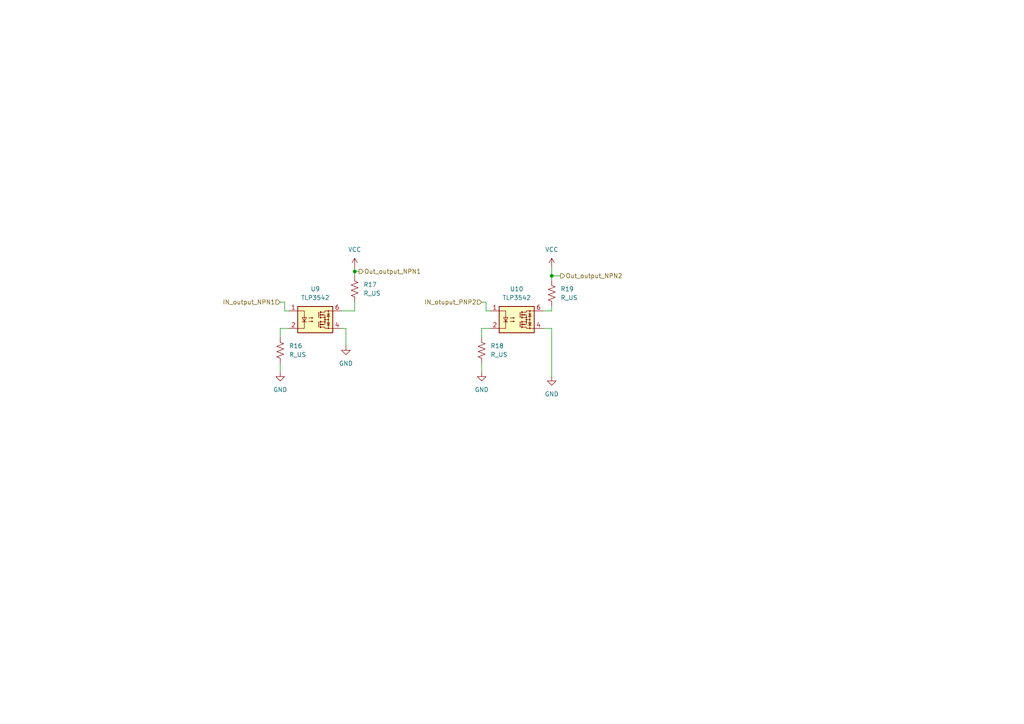
<source format=kicad_sch>
(kicad_sch
	(version 20250114)
	(generator "eeschema")
	(generator_version "9.0")
	(uuid "1f8f7a88-f920-4530-86bb-9885b2e842ee")
	(paper "A4")
	(lib_symbols
		(symbol "Device:R_US"
			(pin_numbers
				(hide yes)
			)
			(pin_names
				(offset 0)
			)
			(exclude_from_sim no)
			(in_bom yes)
			(on_board yes)
			(property "Reference" "R"
				(at 2.54 0 90)
				(effects
					(font
						(size 1.27 1.27)
					)
				)
			)
			(property "Value" "R_US"
				(at -2.54 0 90)
				(effects
					(font
						(size 1.27 1.27)
					)
				)
			)
			(property "Footprint" ""
				(at 1.016 -0.254 90)
				(effects
					(font
						(size 1.27 1.27)
					)
					(hide yes)
				)
			)
			(property "Datasheet" "~"
				(at 0 0 0)
				(effects
					(font
						(size 1.27 1.27)
					)
					(hide yes)
				)
			)
			(property "Description" "Resistor, US symbol"
				(at 0 0 0)
				(effects
					(font
						(size 1.27 1.27)
					)
					(hide yes)
				)
			)
			(property "ki_keywords" "R res resistor"
				(at 0 0 0)
				(effects
					(font
						(size 1.27 1.27)
					)
					(hide yes)
				)
			)
			(property "ki_fp_filters" "R_*"
				(at 0 0 0)
				(effects
					(font
						(size 1.27 1.27)
					)
					(hide yes)
				)
			)
			(symbol "R_US_0_1"
				(polyline
					(pts
						(xy 0 2.286) (xy 0 2.54)
					)
					(stroke
						(width 0)
						(type default)
					)
					(fill
						(type none)
					)
				)
				(polyline
					(pts
						(xy 0 2.286) (xy 1.016 1.905) (xy 0 1.524) (xy -1.016 1.143) (xy 0 0.762)
					)
					(stroke
						(width 0)
						(type default)
					)
					(fill
						(type none)
					)
				)
				(polyline
					(pts
						(xy 0 0.762) (xy 1.016 0.381) (xy 0 0) (xy -1.016 -0.381) (xy 0 -0.762)
					)
					(stroke
						(width 0)
						(type default)
					)
					(fill
						(type none)
					)
				)
				(polyline
					(pts
						(xy 0 -0.762) (xy 1.016 -1.143) (xy 0 -1.524) (xy -1.016 -1.905) (xy 0 -2.286)
					)
					(stroke
						(width 0)
						(type default)
					)
					(fill
						(type none)
					)
				)
				(polyline
					(pts
						(xy 0 -2.286) (xy 0 -2.54)
					)
					(stroke
						(width 0)
						(type default)
					)
					(fill
						(type none)
					)
				)
			)
			(symbol "R_US_1_1"
				(pin passive line
					(at 0 3.81 270)
					(length 1.27)
					(name "~"
						(effects
							(font
								(size 1.27 1.27)
							)
						)
					)
					(number "1"
						(effects
							(font
								(size 1.27 1.27)
							)
						)
					)
				)
				(pin passive line
					(at 0 -3.81 90)
					(length 1.27)
					(name "~"
						(effects
							(font
								(size 1.27 1.27)
							)
						)
					)
					(number "2"
						(effects
							(font
								(size 1.27 1.27)
							)
						)
					)
				)
			)
			(embedded_fonts no)
		)
		(symbol "Relay_SolidState:TLP3542"
			(exclude_from_sim no)
			(in_bom yes)
			(on_board yes)
			(property "Reference" "U"
				(at -3.81 5.08 0)
				(effects
					(font
						(size 1.27 1.27)
					)
				)
			)
			(property "Value" "TLP3542"
				(at -1.27 -5.08 0)
				(effects
					(font
						(size 1.27 1.27)
					)
				)
			)
			(property "Footprint" "Package_DIP:DIP-5-6_W7.62mm"
				(at 0 -7.62 0)
				(effects
					(font
						(size 1.27 1.27)
					)
					(hide yes)
				)
			)
			(property "Datasheet" "https://toshiba.semicon-storage.com/info/docget.jsp?did=1284&prodName=TLP3542"
				(at 0 0 0)
				(effects
					(font
						(size 1.27 1.27)
					)
					(hide yes)
				)
			)
			(property "Description" "Photo MOSFET optically coupled, ON 4A, 50mohm, OFF state 20V, Isolation 2500 VRMS, DIP-5-6"
				(at 0 0 0)
				(effects
					(font
						(size 1.27 1.27)
					)
					(hide yes)
				)
			)
			(property "ki_keywords" "photocouplers photorelay solidstate relay normally opened (1-Form-A)"
				(at 0 0 0)
				(effects
					(font
						(size 1.27 1.27)
					)
					(hide yes)
				)
			)
			(property "ki_fp_filters" "DIP*W7.62mm*"
				(at 0 0 0)
				(effects
					(font
						(size 1.27 1.27)
					)
					(hide yes)
				)
			)
			(symbol "TLP3542_0_1"
				(rectangle
					(start -5.08 3.81)
					(end 5.08 -3.81)
					(stroke
						(width 0.254)
						(type default)
					)
					(fill
						(type background)
					)
				)
				(polyline
					(pts
						(xy -5.08 2.54) (xy -3.175 2.54) (xy -3.175 -2.54) (xy -5.08 -2.54)
					)
					(stroke
						(width 0)
						(type default)
					)
					(fill
						(type none)
					)
				)
				(polyline
					(pts
						(xy -3.81 -0.635) (xy -2.54 -0.635)
					)
					(stroke
						(width 0)
						(type default)
					)
					(fill
						(type none)
					)
				)
				(polyline
					(pts
						(xy -3.175 -0.635) (xy -3.81 0.635) (xy -2.54 0.635) (xy -3.175 -0.635)
					)
					(stroke
						(width 0)
						(type default)
					)
					(fill
						(type none)
					)
				)
				(polyline
					(pts
						(xy -1.905 0.508) (xy -0.635 0.508) (xy -1.016 0.381) (xy -1.016 0.635) (xy -0.635 0.508)
					)
					(stroke
						(width 0)
						(type default)
					)
					(fill
						(type none)
					)
				)
				(polyline
					(pts
						(xy -1.905 -0.508) (xy -0.635 -0.508) (xy -1.016 -0.635) (xy -1.016 -0.381) (xy -0.635 -0.508)
					)
					(stroke
						(width 0)
						(type default)
					)
					(fill
						(type none)
					)
				)
				(polyline
					(pts
						(xy 1.016 2.159) (xy 1.016 0.635)
					)
					(stroke
						(width 0.2032)
						(type default)
					)
					(fill
						(type none)
					)
				)
				(polyline
					(pts
						(xy 1.016 -0.635) (xy 1.016 -2.159)
					)
					(stroke
						(width 0.2032)
						(type default)
					)
					(fill
						(type none)
					)
				)
				(polyline
					(pts
						(xy 1.524 2.286) (xy 1.524 2.032) (xy 1.524 2.032)
					)
					(stroke
						(width 0.3556)
						(type default)
					)
					(fill
						(type none)
					)
				)
				(polyline
					(pts
						(xy 1.524 1.524) (xy 1.524 1.27) (xy 1.524 1.27)
					)
					(stroke
						(width 0.3556)
						(type default)
					)
					(fill
						(type none)
					)
				)
				(polyline
					(pts
						(xy 1.524 0.762) (xy 1.524 0.508) (xy 1.524 0.508)
					)
					(stroke
						(width 0.3556)
						(type default)
					)
					(fill
						(type none)
					)
				)
				(polyline
					(pts
						(xy 1.524 -0.508) (xy 1.524 -0.762)
					)
					(stroke
						(width 0.3556)
						(type default)
					)
					(fill
						(type none)
					)
				)
				(polyline
					(pts
						(xy 1.524 -1.27) (xy 1.524 -1.524) (xy 1.524 -1.524)
					)
					(stroke
						(width 0.3556)
						(type default)
					)
					(fill
						(type none)
					)
				)
				(polyline
					(pts
						(xy 1.524 -2.032) (xy 1.524 -2.286) (xy 1.524 -2.286)
					)
					(stroke
						(width 0.3556)
						(type default)
					)
					(fill
						(type none)
					)
				)
				(polyline
					(pts
						(xy 1.651 2.159) (xy 2.794 2.159) (xy 2.794 2.54) (xy 5.08 2.54)
					)
					(stroke
						(width 0)
						(type default)
					)
					(fill
						(type none)
					)
				)
				(polyline
					(pts
						(xy 1.651 1.397) (xy 2.794 1.397) (xy 2.794 0.635)
					)
					(stroke
						(width 0)
						(type default)
					)
					(fill
						(type none)
					)
				)
				(polyline
					(pts
						(xy 1.651 -0.635) (xy 2.794 -0.635) (xy 2.794 0.635) (xy 1.651 0.635)
					)
					(stroke
						(width 0)
						(type default)
					)
					(fill
						(type none)
					)
				)
				(polyline
					(pts
						(xy 1.651 -1.397) (xy 2.794 -1.397) (xy 2.794 -0.635)
					)
					(stroke
						(width 0)
						(type default)
					)
					(fill
						(type none)
					)
				)
				(polyline
					(pts
						(xy 1.651 -2.159) (xy 2.794 -2.159) (xy 2.794 -2.54) (xy 5.08 -2.54)
					)
					(stroke
						(width 0)
						(type default)
					)
					(fill
						(type none)
					)
				)
				(polyline
					(pts
						(xy 1.778 1.397) (xy 2.286 1.524) (xy 2.286 1.27) (xy 1.778 1.397)
					)
					(stroke
						(width 0)
						(type default)
					)
					(fill
						(type none)
					)
				)
				(polyline
					(pts
						(xy 1.778 -1.397) (xy 2.286 -1.27) (xy 2.286 -1.524) (xy 1.778 -1.397)
					)
					(stroke
						(width 0)
						(type default)
					)
					(fill
						(type none)
					)
				)
				(circle
					(center 2.794 0.635)
					(radius 0.127)
					(stroke
						(width 0)
						(type default)
					)
					(fill
						(type none)
					)
				)
				(polyline
					(pts
						(xy 2.794 0) (xy 3.81 0)
					)
					(stroke
						(width 0)
						(type default)
					)
					(fill
						(type none)
					)
				)
				(circle
					(center 2.794 0)
					(radius 0.127)
					(stroke
						(width 0)
						(type default)
					)
					(fill
						(type none)
					)
				)
				(circle
					(center 2.794 -0.635)
					(radius 0.127)
					(stroke
						(width 0)
						(type default)
					)
					(fill
						(type none)
					)
				)
				(polyline
					(pts
						(xy 3.429 1.651) (xy 4.191 1.651)
					)
					(stroke
						(width 0)
						(type default)
					)
					(fill
						(type none)
					)
				)
				(polyline
					(pts
						(xy 3.429 -1.651) (xy 4.191 -1.651)
					)
					(stroke
						(width 0)
						(type default)
					)
					(fill
						(type none)
					)
				)
				(circle
					(center 3.81 2.54)
					(radius 0.127)
					(stroke
						(width 0)
						(type default)
					)
					(fill
						(type none)
					)
				)
				(polyline
					(pts
						(xy 3.81 1.651) (xy 3.429 0.889) (xy 4.191 0.889) (xy 3.81 1.651)
					)
					(stroke
						(width 0)
						(type default)
					)
					(fill
						(type none)
					)
				)
				(circle
					(center 3.81 0)
					(radius 0.127)
					(stroke
						(width 0)
						(type default)
					)
					(fill
						(type none)
					)
				)
				(polyline
					(pts
						(xy 3.81 -1.651) (xy 3.429 -0.889) (xy 4.191 -0.889) (xy 3.81 -1.651)
					)
					(stroke
						(width 0)
						(type default)
					)
					(fill
						(type none)
					)
				)
				(polyline
					(pts
						(xy 3.81 -2.54) (xy 3.81 2.54)
					)
					(stroke
						(width 0)
						(type default)
					)
					(fill
						(type none)
					)
				)
				(circle
					(center 3.81 -2.54)
					(radius 0.127)
					(stroke
						(width 0)
						(type default)
					)
					(fill
						(type none)
					)
				)
			)
			(symbol "TLP3542_1_1"
				(pin passive line
					(at -7.62 2.54 0)
					(length 2.54)
					(name "~"
						(effects
							(font
								(size 1.27 1.27)
							)
						)
					)
					(number "1"
						(effects
							(font
								(size 1.27 1.27)
							)
						)
					)
				)
				(pin passive line
					(at -7.62 -2.54 0)
					(length 2.54)
					(name "~"
						(effects
							(font
								(size 1.27 1.27)
							)
						)
					)
					(number "2"
						(effects
							(font
								(size 1.27 1.27)
							)
						)
					)
				)
				(pin no_connect line
					(at -5.08 0 0)
					(length 2.54)
					(hide yes)
					(name "~"
						(effects
							(font
								(size 1.27 1.27)
							)
						)
					)
					(number "3"
						(effects
							(font
								(size 1.27 1.27)
							)
						)
					)
				)
				(pin passive line
					(at 7.62 2.54 180)
					(length 2.54)
					(name "~"
						(effects
							(font
								(size 1.27 1.27)
							)
						)
					)
					(number "6"
						(effects
							(font
								(size 1.27 1.27)
							)
						)
					)
				)
				(pin passive line
					(at 7.62 -2.54 180)
					(length 2.54)
					(name "~"
						(effects
							(font
								(size 1.27 1.27)
							)
						)
					)
					(number "4"
						(effects
							(font
								(size 1.27 1.27)
							)
						)
					)
				)
			)
			(embedded_fonts no)
		)
		(symbol "power:GND"
			(power)
			(pin_numbers
				(hide yes)
			)
			(pin_names
				(offset 0)
				(hide yes)
			)
			(exclude_from_sim no)
			(in_bom yes)
			(on_board yes)
			(property "Reference" "#PWR"
				(at 0 -6.35 0)
				(effects
					(font
						(size 1.27 1.27)
					)
					(hide yes)
				)
			)
			(property "Value" "GND"
				(at 0 -3.81 0)
				(effects
					(font
						(size 1.27 1.27)
					)
				)
			)
			(property "Footprint" ""
				(at 0 0 0)
				(effects
					(font
						(size 1.27 1.27)
					)
					(hide yes)
				)
			)
			(property "Datasheet" ""
				(at 0 0 0)
				(effects
					(font
						(size 1.27 1.27)
					)
					(hide yes)
				)
			)
			(property "Description" "Power symbol creates a global label with name \"GND\" , ground"
				(at 0 0 0)
				(effects
					(font
						(size 1.27 1.27)
					)
					(hide yes)
				)
			)
			(property "ki_keywords" "global power"
				(at 0 0 0)
				(effects
					(font
						(size 1.27 1.27)
					)
					(hide yes)
				)
			)
			(symbol "GND_0_1"
				(polyline
					(pts
						(xy 0 0) (xy 0 -1.27) (xy 1.27 -1.27) (xy 0 -2.54) (xy -1.27 -1.27) (xy 0 -1.27)
					)
					(stroke
						(width 0)
						(type default)
					)
					(fill
						(type none)
					)
				)
			)
			(symbol "GND_1_1"
				(pin power_in line
					(at 0 0 270)
					(length 0)
					(name "~"
						(effects
							(font
								(size 1.27 1.27)
							)
						)
					)
					(number "1"
						(effects
							(font
								(size 1.27 1.27)
							)
						)
					)
				)
			)
			(embedded_fonts no)
		)
		(symbol "power:VCC"
			(power)
			(pin_numbers
				(hide yes)
			)
			(pin_names
				(offset 0)
				(hide yes)
			)
			(exclude_from_sim no)
			(in_bom yes)
			(on_board yes)
			(property "Reference" "#PWR"
				(at 0 -3.81 0)
				(effects
					(font
						(size 1.27 1.27)
					)
					(hide yes)
				)
			)
			(property "Value" "VCC"
				(at 0 3.556 0)
				(effects
					(font
						(size 1.27 1.27)
					)
				)
			)
			(property "Footprint" ""
				(at 0 0 0)
				(effects
					(font
						(size 1.27 1.27)
					)
					(hide yes)
				)
			)
			(property "Datasheet" ""
				(at 0 0 0)
				(effects
					(font
						(size 1.27 1.27)
					)
					(hide yes)
				)
			)
			(property "Description" "Power symbol creates a global label with name \"VCC\""
				(at 0 0 0)
				(effects
					(font
						(size 1.27 1.27)
					)
					(hide yes)
				)
			)
			(property "ki_keywords" "global power"
				(at 0 0 0)
				(effects
					(font
						(size 1.27 1.27)
					)
					(hide yes)
				)
			)
			(symbol "VCC_0_1"
				(polyline
					(pts
						(xy -0.762 1.27) (xy 0 2.54)
					)
					(stroke
						(width 0)
						(type default)
					)
					(fill
						(type none)
					)
				)
				(polyline
					(pts
						(xy 0 2.54) (xy 0.762 1.27)
					)
					(stroke
						(width 0)
						(type default)
					)
					(fill
						(type none)
					)
				)
				(polyline
					(pts
						(xy 0 0) (xy 0 2.54)
					)
					(stroke
						(width 0)
						(type default)
					)
					(fill
						(type none)
					)
				)
			)
			(symbol "VCC_1_1"
				(pin power_in line
					(at 0 0 90)
					(length 0)
					(name "~"
						(effects
							(font
								(size 1.27 1.27)
							)
						)
					)
					(number "1"
						(effects
							(font
								(size 1.27 1.27)
							)
						)
					)
				)
			)
			(embedded_fonts no)
		)
	)
	(junction
		(at 102.87 78.74)
		(diameter 0)
		(color 0 0 0 0)
		(uuid "47977089-e142-4573-8cf7-ad72694783ae")
	)
	(junction
		(at 160.02 80.01)
		(diameter 0)
		(color 0 0 0 0)
		(uuid "de55bcf9-5da6-458a-b334-095934ef5483")
	)
	(wire
		(pts
			(xy 160.02 95.25) (xy 160.02 109.22)
		)
		(stroke
			(width 0)
			(type default)
		)
		(uuid "0462ee7f-5cc8-4617-9fe2-064877bab2ae")
	)
	(wire
		(pts
			(xy 162.56 80.01) (xy 160.02 80.01)
		)
		(stroke
			(width 0)
			(type default)
		)
		(uuid "0941cd46-fc24-4a17-bd77-3e0495bf8aaa")
	)
	(wire
		(pts
			(xy 160.02 95.25) (xy 157.48 95.25)
		)
		(stroke
			(width 0)
			(type default)
		)
		(uuid "116bf743-b76b-461a-9535-5f28b8397bac")
	)
	(wire
		(pts
			(xy 140.97 87.63) (xy 139.7 87.63)
		)
		(stroke
			(width 0)
			(type default)
		)
		(uuid "1ba48afd-8dd0-4264-989b-c0b0ef006d98")
	)
	(wire
		(pts
			(xy 102.87 87.63) (xy 102.87 90.17)
		)
		(stroke
			(width 0)
			(type default)
		)
		(uuid "1e79655d-85ac-489f-8d84-6168899ae2fd")
	)
	(wire
		(pts
			(xy 160.02 80.01) (xy 160.02 81.28)
		)
		(stroke
			(width 0)
			(type default)
		)
		(uuid "1eccd335-4f5f-47d6-ab5a-449cfd3ec635")
	)
	(wire
		(pts
			(xy 81.28 95.25) (xy 81.28 97.79)
		)
		(stroke
			(width 0)
			(type default)
		)
		(uuid "2d111de1-f7f7-4342-801a-44c69f3aba7c")
	)
	(wire
		(pts
			(xy 102.87 78.74) (xy 102.87 80.01)
		)
		(stroke
			(width 0)
			(type default)
		)
		(uuid "34ce28c9-4388-433d-b9f1-cb5d5655b42c")
	)
	(wire
		(pts
			(xy 102.87 77.47) (xy 102.87 78.74)
		)
		(stroke
			(width 0)
			(type default)
		)
		(uuid "4256d980-1d4c-45f4-8e3b-3ad2e0bbd587")
	)
	(wire
		(pts
			(xy 139.7 95.25) (xy 139.7 97.79)
		)
		(stroke
			(width 0)
			(type default)
		)
		(uuid "45fe8476-e38d-48ee-8ceb-32e71a5ecc0a")
	)
	(wire
		(pts
			(xy 160.02 77.47) (xy 160.02 80.01)
		)
		(stroke
			(width 0)
			(type default)
		)
		(uuid "51c20749-12be-411f-800b-fb9a2f06782d")
	)
	(wire
		(pts
			(xy 102.87 78.74) (xy 104.14 78.74)
		)
		(stroke
			(width 0)
			(type default)
		)
		(uuid "5a2fc606-6944-4c89-b27a-4e6e39d38aa1")
	)
	(wire
		(pts
			(xy 81.28 105.41) (xy 81.28 107.95)
		)
		(stroke
			(width 0)
			(type default)
		)
		(uuid "5a83b831-e5ac-4629-a7ba-5ee2966634ac")
	)
	(wire
		(pts
			(xy 100.33 95.25) (xy 100.33 100.33)
		)
		(stroke
			(width 0)
			(type default)
		)
		(uuid "5aa5f8c1-ffb3-48d2-8cec-906401f9e817")
	)
	(wire
		(pts
			(xy 140.97 90.17) (xy 140.97 87.63)
		)
		(stroke
			(width 0)
			(type default)
		)
		(uuid "6585bbbf-841d-4b88-ac81-42e64099036b")
	)
	(wire
		(pts
			(xy 82.55 87.63) (xy 81.28 87.63)
		)
		(stroke
			(width 0)
			(type default)
		)
		(uuid "698aab8d-3f5d-4c53-862b-31fece38ab7e")
	)
	(wire
		(pts
			(xy 142.24 95.25) (xy 139.7 95.25)
		)
		(stroke
			(width 0)
			(type default)
		)
		(uuid "773835a6-1b10-4c2b-820c-a5c753782dc0")
	)
	(wire
		(pts
			(xy 83.82 95.25) (xy 81.28 95.25)
		)
		(stroke
			(width 0)
			(type default)
		)
		(uuid "7a01a404-bb04-4198-ab82-d75e7ed362a0")
	)
	(wire
		(pts
			(xy 139.7 105.41) (xy 139.7 107.95)
		)
		(stroke
			(width 0)
			(type default)
		)
		(uuid "92b09a47-efbc-4d38-a204-73974321cb20")
	)
	(wire
		(pts
			(xy 82.55 90.17) (xy 82.55 87.63)
		)
		(stroke
			(width 0)
			(type default)
		)
		(uuid "b4b56d85-91d2-4974-b2ab-fd775064cdfe")
	)
	(wire
		(pts
			(xy 140.97 90.17) (xy 142.24 90.17)
		)
		(stroke
			(width 0)
			(type default)
		)
		(uuid "be1b743f-2c6f-4760-ba5e-a2427e7905d6")
	)
	(wire
		(pts
			(xy 160.02 90.17) (xy 160.02 88.9)
		)
		(stroke
			(width 0)
			(type default)
		)
		(uuid "cd4272e4-12df-467b-82ad-79ba4dadc674")
	)
	(wire
		(pts
			(xy 102.87 90.17) (xy 99.06 90.17)
		)
		(stroke
			(width 0)
			(type default)
		)
		(uuid "d09b3daa-a6c9-4762-9223-f531c5979b87")
	)
	(wire
		(pts
			(xy 157.48 90.17) (xy 160.02 90.17)
		)
		(stroke
			(width 0)
			(type default)
		)
		(uuid "e5cd0017-fdd9-4612-974c-ff3c92eecb20")
	)
	(wire
		(pts
			(xy 100.33 95.25) (xy 99.06 95.25)
		)
		(stroke
			(width 0)
			(type default)
		)
		(uuid "f1a7cb5a-f39c-4829-9536-0965adfd1752")
	)
	(wire
		(pts
			(xy 82.55 90.17) (xy 83.82 90.17)
		)
		(stroke
			(width 0)
			(type default)
		)
		(uuid "f44fbcf9-6d11-49df-8406-ca0e8a017f81")
	)
	(hierarchical_label "Out_output_NPN2"
		(shape output)
		(at 162.56 80.01 0)
		(effects
			(font
				(size 1.27 1.27)
			)
			(justify left)
		)
		(uuid "5b1c1ef4-016c-4354-ae87-034a9d064e63")
	)
	(hierarchical_label "IN_otuput_PNP2"
		(shape input)
		(at 139.7 87.63 180)
		(effects
			(font
				(size 1.27 1.27)
			)
			(justify right)
		)
		(uuid "6f28951b-0584-4b8b-a4b3-11a68a87d51c")
	)
	(hierarchical_label "Out_output_NPN1"
		(shape output)
		(at 104.14 78.74 0)
		(effects
			(font
				(size 1.27 1.27)
			)
			(justify left)
		)
		(uuid "8b7e623a-acdd-4cba-8974-edce7cf420e9")
	)
	(hierarchical_label "IN_output_NPN1"
		(shape input)
		(at 81.28 87.63 180)
		(effects
			(font
				(size 1.27 1.27)
			)
			(justify right)
		)
		(uuid "d98d7509-f51e-4f61-a3f6-5d10c7950952")
	)
	(symbol
		(lib_id "power:VCC")
		(at 102.87 77.47 0)
		(unit 1)
		(exclude_from_sim no)
		(in_bom yes)
		(on_board yes)
		(dnp no)
		(fields_autoplaced yes)
		(uuid "06e8cb34-c27a-4737-be02-164925757d19")
		(property "Reference" "#PWR038"
			(at 102.87 81.28 0)
			(effects
				(font
					(size 1.27 1.27)
				)
				(hide yes)
			)
		)
		(property "Value" "VCC"
			(at 102.87 72.39 0)
			(effects
				(font
					(size 1.27 1.27)
				)
			)
		)
		(property "Footprint" ""
			(at 102.87 77.47 0)
			(effects
				(font
					(size 1.27 1.27)
				)
				(hide yes)
			)
		)
		(property "Datasheet" ""
			(at 102.87 77.47 0)
			(effects
				(font
					(size 1.27 1.27)
				)
				(hide yes)
			)
		)
		(property "Description" "Power symbol creates a global label with name \"VCC\""
			(at 102.87 77.47 0)
			(effects
				(font
					(size 1.27 1.27)
				)
				(hide yes)
			)
		)
		(pin "1"
			(uuid "2e30ca76-7172-4861-9761-4af31e4ac43e")
		)
		(instances
			(project "ZorionX-Nivara"
				(path "/ae5c9891-8291-492e-8a61-8ac340267b67/d47eca49-96e4-4138-8979-47bb60019f67/a861ea7e-2f53-4357-9b1d-7e48dc96ca0d"
					(reference "#PWR038")
					(unit 1)
				)
			)
		)
	)
	(symbol
		(lib_id "Device:R_US")
		(at 139.7 101.6 0)
		(unit 1)
		(exclude_from_sim no)
		(in_bom yes)
		(on_board yes)
		(dnp no)
		(fields_autoplaced yes)
		(uuid "0fa1f2e8-e235-47bb-84f8-4acdfd8f77ad")
		(property "Reference" "R18"
			(at 142.24 100.3299 0)
			(effects
				(font
					(size 1.27 1.27)
				)
				(justify left)
			)
		)
		(property "Value" "R_US"
			(at 142.24 102.8699 0)
			(effects
				(font
					(size 1.27 1.27)
				)
				(justify left)
			)
		)
		(property "Footprint" "Resistor_SMD:R_0603_1608Metric"
			(at 140.716 101.854 90)
			(effects
				(font
					(size 1.27 1.27)
				)
				(hide yes)
			)
		)
		(property "Datasheet" "~"
			(at 139.7 101.6 0)
			(effects
				(font
					(size 1.27 1.27)
				)
				(hide yes)
			)
		)
		(property "Description" "Resistor, US symbol"
			(at 139.7 101.6 0)
			(effects
				(font
					(size 1.27 1.27)
				)
				(hide yes)
			)
		)
		(pin "2"
			(uuid "c2d1cfd9-6b2f-486d-bdc7-0c558d8fe545")
		)
		(pin "1"
			(uuid "a61f85ba-e33a-4a94-aeec-22a84561e79b")
		)
		(instances
			(project "ZorionX-Nivara"
				(path "/ae5c9891-8291-492e-8a61-8ac340267b67/d47eca49-96e4-4138-8979-47bb60019f67/a861ea7e-2f53-4357-9b1d-7e48dc96ca0d"
					(reference "R18")
					(unit 1)
				)
			)
		)
	)
	(symbol
		(lib_id "power:GND")
		(at 160.02 109.22 0)
		(unit 1)
		(exclude_from_sim no)
		(in_bom yes)
		(on_board yes)
		(dnp no)
		(fields_autoplaced yes)
		(uuid "1ce1319a-d4dd-4e47-9de0-df51b00302a1")
		(property "Reference" "#PWR041"
			(at 160.02 115.57 0)
			(effects
				(font
					(size 1.27 1.27)
				)
				(hide yes)
			)
		)
		(property "Value" "GND"
			(at 160.02 114.3 0)
			(effects
				(font
					(size 1.27 1.27)
				)
			)
		)
		(property "Footprint" ""
			(at 160.02 109.22 0)
			(effects
				(font
					(size 1.27 1.27)
				)
				(hide yes)
			)
		)
		(property "Datasheet" ""
			(at 160.02 109.22 0)
			(effects
				(font
					(size 1.27 1.27)
				)
				(hide yes)
			)
		)
		(property "Description" "Power symbol creates a global label with name \"GND\" , ground"
			(at 160.02 109.22 0)
			(effects
				(font
					(size 1.27 1.27)
				)
				(hide yes)
			)
		)
		(pin "1"
			(uuid "38d51ff6-937e-4a80-ac0d-c16f9b00e447")
		)
		(instances
			(project "ZorionX-Nivara"
				(path "/ae5c9891-8291-492e-8a61-8ac340267b67/d47eca49-96e4-4138-8979-47bb60019f67/a861ea7e-2f53-4357-9b1d-7e48dc96ca0d"
					(reference "#PWR041")
					(unit 1)
				)
			)
		)
	)
	(symbol
		(lib_id "Relay_SolidState:TLP3542")
		(at 149.86 92.71 0)
		(unit 1)
		(exclude_from_sim no)
		(in_bom yes)
		(on_board yes)
		(dnp no)
		(fields_autoplaced yes)
		(uuid "2a9ef7d0-12a1-49b6-a86e-8575485c5671")
		(property "Reference" "U10"
			(at 149.86 83.82 0)
			(effects
				(font
					(size 1.27 1.27)
				)
			)
		)
		(property "Value" "TLP3542"
			(at 149.86 86.36 0)
			(effects
				(font
					(size 1.27 1.27)
				)
			)
		)
		(property "Footprint" "Package_SO:SOP-4_3.8x4.1mm_P2.54mm"
			(at 149.86 100.33 0)
			(effects
				(font
					(size 1.27 1.27)
				)
				(hide yes)
			)
		)
		(property "Datasheet" "https://toshiba.semicon-storage.com/info/docget.jsp?did=1284&prodName=TLP3542"
			(at 149.86 92.71 0)
			(effects
				(font
					(size 1.27 1.27)
				)
				(hide yes)
			)
		)
		(property "Description" "Photo MOSFET optically coupled, ON 4A, 50mohm, OFF state 20V, Isolation 2500 VRMS, DIP-5-6"
			(at 149.86 92.71 0)
			(effects
				(font
					(size 1.27 1.27)
				)
				(hide yes)
			)
		)
		(pin "3"
			(uuid "6d5533fc-a067-461c-b109-127d60462f13")
		)
		(pin "2"
			(uuid "100cb933-02ac-4bd3-ab72-25bb2bee02ff")
		)
		(pin "4"
			(uuid "dc614e4f-3b11-4f49-b4c9-18fa47ac33ac")
		)
		(pin "6"
			(uuid "31adcbed-d7c0-404f-9710-2606685ed7a6")
		)
		(pin "1"
			(uuid "495dbc4c-5300-4a4b-9168-f4a56a94aa6c")
		)
		(instances
			(project "ZorionX-Nivara"
				(path "/ae5c9891-8291-492e-8a61-8ac340267b67/d47eca49-96e4-4138-8979-47bb60019f67/a861ea7e-2f53-4357-9b1d-7e48dc96ca0d"
					(reference "U10")
					(unit 1)
				)
			)
		)
	)
	(symbol
		(lib_id "Device:R_US")
		(at 81.28 101.6 0)
		(unit 1)
		(exclude_from_sim no)
		(in_bom yes)
		(on_board yes)
		(dnp no)
		(fields_autoplaced yes)
		(uuid "3d6036dd-aa25-4137-8f24-b6386755f1ff")
		(property "Reference" "R16"
			(at 83.82 100.3299 0)
			(effects
				(font
					(size 1.27 1.27)
				)
				(justify left)
			)
		)
		(property "Value" "R_US"
			(at 83.82 102.8699 0)
			(effects
				(font
					(size 1.27 1.27)
				)
				(justify left)
			)
		)
		(property "Footprint" "Resistor_SMD:R_0603_1608Metric"
			(at 82.296 101.854 90)
			(effects
				(font
					(size 1.27 1.27)
				)
				(hide yes)
			)
		)
		(property "Datasheet" "~"
			(at 81.28 101.6 0)
			(effects
				(font
					(size 1.27 1.27)
				)
				(hide yes)
			)
		)
		(property "Description" "Resistor, US symbol"
			(at 81.28 101.6 0)
			(effects
				(font
					(size 1.27 1.27)
				)
				(hide yes)
			)
		)
		(pin "2"
			(uuid "b3cf35f6-afe2-40e9-8434-21ca8c83f1bb")
		)
		(pin "1"
			(uuid "c30f188a-97d0-4be4-bb85-4740d2f8ebbc")
		)
		(instances
			(project "ZorionX-Nivara"
				(path "/ae5c9891-8291-492e-8a61-8ac340267b67/d47eca49-96e4-4138-8979-47bb60019f67/a861ea7e-2f53-4357-9b1d-7e48dc96ca0d"
					(reference "R16")
					(unit 1)
				)
			)
		)
	)
	(symbol
		(lib_id "Device:R_US")
		(at 102.87 83.82 0)
		(unit 1)
		(exclude_from_sim no)
		(in_bom yes)
		(on_board yes)
		(dnp no)
		(fields_autoplaced yes)
		(uuid "4e1047a8-2428-48e8-8711-b38522315cb7")
		(property "Reference" "R17"
			(at 105.41 82.5499 0)
			(effects
				(font
					(size 1.27 1.27)
				)
				(justify left)
			)
		)
		(property "Value" "R_US"
			(at 105.41 85.0899 0)
			(effects
				(font
					(size 1.27 1.27)
				)
				(justify left)
			)
		)
		(property "Footprint" "Resistor_SMD:R_0603_1608Metric"
			(at 103.886 84.074 90)
			(effects
				(font
					(size 1.27 1.27)
				)
				(hide yes)
			)
		)
		(property "Datasheet" "~"
			(at 102.87 83.82 0)
			(effects
				(font
					(size 1.27 1.27)
				)
				(hide yes)
			)
		)
		(property "Description" "Resistor, US symbol"
			(at 102.87 83.82 0)
			(effects
				(font
					(size 1.27 1.27)
				)
				(hide yes)
			)
		)
		(pin "2"
			(uuid "1b0c2487-6fb9-4ab9-be77-89164d2d03af")
		)
		(pin "1"
			(uuid "85c60892-5832-4f99-b4d9-9159350fa82e")
		)
		(instances
			(project "ZorionX-Nivara"
				(path "/ae5c9891-8291-492e-8a61-8ac340267b67/d47eca49-96e4-4138-8979-47bb60019f67/a861ea7e-2f53-4357-9b1d-7e48dc96ca0d"
					(reference "R17")
					(unit 1)
				)
			)
		)
	)
	(symbol
		(lib_id "power:GND")
		(at 100.33 100.33 0)
		(unit 1)
		(exclude_from_sim no)
		(in_bom yes)
		(on_board yes)
		(dnp no)
		(fields_autoplaced yes)
		(uuid "5059ac34-8f86-41b2-b76f-de52c92fb513")
		(property "Reference" "#PWR037"
			(at 100.33 106.68 0)
			(effects
				(font
					(size 1.27 1.27)
				)
				(hide yes)
			)
		)
		(property "Value" "GND"
			(at 100.33 105.41 0)
			(effects
				(font
					(size 1.27 1.27)
				)
			)
		)
		(property "Footprint" ""
			(at 100.33 100.33 0)
			(effects
				(font
					(size 1.27 1.27)
				)
				(hide yes)
			)
		)
		(property "Datasheet" ""
			(at 100.33 100.33 0)
			(effects
				(font
					(size 1.27 1.27)
				)
				(hide yes)
			)
		)
		(property "Description" "Power symbol creates a global label with name \"GND\" , ground"
			(at 100.33 100.33 0)
			(effects
				(font
					(size 1.27 1.27)
				)
				(hide yes)
			)
		)
		(pin "1"
			(uuid "6e4ce8f4-5821-405a-a10f-8706496858cc")
		)
		(instances
			(project "ZorionX-Nivara"
				(path "/ae5c9891-8291-492e-8a61-8ac340267b67/d47eca49-96e4-4138-8979-47bb60019f67/a861ea7e-2f53-4357-9b1d-7e48dc96ca0d"
					(reference "#PWR037")
					(unit 1)
				)
			)
		)
	)
	(symbol
		(lib_id "power:GND")
		(at 81.28 107.95 0)
		(unit 1)
		(exclude_from_sim no)
		(in_bom yes)
		(on_board yes)
		(dnp no)
		(fields_autoplaced yes)
		(uuid "510ae4b2-fd3b-43a7-bda9-78099b37cbe0")
		(property "Reference" "#PWR036"
			(at 81.28 114.3 0)
			(effects
				(font
					(size 1.27 1.27)
				)
				(hide yes)
			)
		)
		(property "Value" "GND"
			(at 81.28 113.03 0)
			(effects
				(font
					(size 1.27 1.27)
				)
			)
		)
		(property "Footprint" ""
			(at 81.28 107.95 0)
			(effects
				(font
					(size 1.27 1.27)
				)
				(hide yes)
			)
		)
		(property "Datasheet" ""
			(at 81.28 107.95 0)
			(effects
				(font
					(size 1.27 1.27)
				)
				(hide yes)
			)
		)
		(property "Description" "Power symbol creates a global label with name \"GND\" , ground"
			(at 81.28 107.95 0)
			(effects
				(font
					(size 1.27 1.27)
				)
				(hide yes)
			)
		)
		(pin "1"
			(uuid "323e0ad7-af02-497e-ae25-5e7da0f547e2")
		)
		(instances
			(project "ZorionX-Nivara"
				(path "/ae5c9891-8291-492e-8a61-8ac340267b67/d47eca49-96e4-4138-8979-47bb60019f67/a861ea7e-2f53-4357-9b1d-7e48dc96ca0d"
					(reference "#PWR036")
					(unit 1)
				)
			)
		)
	)
	(symbol
		(lib_id "Device:R_US")
		(at 160.02 85.09 0)
		(unit 1)
		(exclude_from_sim no)
		(in_bom yes)
		(on_board yes)
		(dnp no)
		(fields_autoplaced yes)
		(uuid "811a03f7-7b7b-43eb-85a4-295c3080a1c6")
		(property "Reference" "R19"
			(at 162.56 83.8199 0)
			(effects
				(font
					(size 1.27 1.27)
				)
				(justify left)
			)
		)
		(property "Value" "R_US"
			(at 162.56 86.3599 0)
			(effects
				(font
					(size 1.27 1.27)
				)
				(justify left)
			)
		)
		(property "Footprint" "Resistor_SMD:R_0603_1608Metric"
			(at 161.036 85.344 90)
			(effects
				(font
					(size 1.27 1.27)
				)
				(hide yes)
			)
		)
		(property "Datasheet" "~"
			(at 160.02 85.09 0)
			(effects
				(font
					(size 1.27 1.27)
				)
				(hide yes)
			)
		)
		(property "Description" "Resistor, US symbol"
			(at 160.02 85.09 0)
			(effects
				(font
					(size 1.27 1.27)
				)
				(hide yes)
			)
		)
		(pin "2"
			(uuid "dc670826-5f93-408b-a099-5984b2d99b13")
		)
		(pin "1"
			(uuid "53e28e69-415e-4acf-80c6-5cc5fc566ed1")
		)
		(instances
			(project "ZorionX-Nivara"
				(path "/ae5c9891-8291-492e-8a61-8ac340267b67/d47eca49-96e4-4138-8979-47bb60019f67/a861ea7e-2f53-4357-9b1d-7e48dc96ca0d"
					(reference "R19")
					(unit 1)
				)
			)
		)
	)
	(symbol
		(lib_id "power:GND")
		(at 139.7 107.95 0)
		(unit 1)
		(exclude_from_sim no)
		(in_bom yes)
		(on_board yes)
		(dnp no)
		(fields_autoplaced yes)
		(uuid "99710505-cdce-4080-bab9-04771312b4ff")
		(property "Reference" "#PWR039"
			(at 139.7 114.3 0)
			(effects
				(font
					(size 1.27 1.27)
				)
				(hide yes)
			)
		)
		(property "Value" "GND"
			(at 139.7 113.03 0)
			(effects
				(font
					(size 1.27 1.27)
				)
			)
		)
		(property "Footprint" ""
			(at 139.7 107.95 0)
			(effects
				(font
					(size 1.27 1.27)
				)
				(hide yes)
			)
		)
		(property "Datasheet" ""
			(at 139.7 107.95 0)
			(effects
				(font
					(size 1.27 1.27)
				)
				(hide yes)
			)
		)
		(property "Description" "Power symbol creates a global label with name \"GND\" , ground"
			(at 139.7 107.95 0)
			(effects
				(font
					(size 1.27 1.27)
				)
				(hide yes)
			)
		)
		(pin "1"
			(uuid "fb53eb66-b6f3-468c-bf5e-2c4e1c92c653")
		)
		(instances
			(project "ZorionX-Nivara"
				(path "/ae5c9891-8291-492e-8a61-8ac340267b67/d47eca49-96e4-4138-8979-47bb60019f67/a861ea7e-2f53-4357-9b1d-7e48dc96ca0d"
					(reference "#PWR039")
					(unit 1)
				)
			)
		)
	)
	(symbol
		(lib_id "Relay_SolidState:TLP3542")
		(at 91.44 92.71 0)
		(unit 1)
		(exclude_from_sim no)
		(in_bom yes)
		(on_board yes)
		(dnp no)
		(fields_autoplaced yes)
		(uuid "d4fe3b3d-907a-47aa-a6b1-2173e65d4125")
		(property "Reference" "U9"
			(at 91.44 83.82 0)
			(effects
				(font
					(size 1.27 1.27)
				)
			)
		)
		(property "Value" "TLP3542"
			(at 91.44 86.36 0)
			(effects
				(font
					(size 1.27 1.27)
				)
			)
		)
		(property "Footprint" "Package_SO:SOP-4_3.8x4.1mm_P2.54mm"
			(at 91.44 100.33 0)
			(effects
				(font
					(size 1.27 1.27)
				)
				(hide yes)
			)
		)
		(property "Datasheet" "https://toshiba.semicon-storage.com/info/docget.jsp?did=1284&prodName=TLP3542"
			(at 91.44 92.71 0)
			(effects
				(font
					(size 1.27 1.27)
				)
				(hide yes)
			)
		)
		(property "Description" "Photo MOSFET optically coupled, ON 4A, 50mohm, OFF state 20V, Isolation 2500 VRMS, DIP-5-6"
			(at 91.44 92.71 0)
			(effects
				(font
					(size 1.27 1.27)
				)
				(hide yes)
			)
		)
		(pin "3"
			(uuid "1442bd5f-6393-4f17-b4ae-78c3c030cc7e")
		)
		(pin "2"
			(uuid "8504e49b-d799-45db-9b57-9c718d8f3b96")
		)
		(pin "4"
			(uuid "cdd565d0-cdb7-4a80-aba1-413d2d8817dd")
		)
		(pin "6"
			(uuid "7872a9bd-d8be-4177-b5e1-62f774b69847")
		)
		(pin "1"
			(uuid "84ac9f83-5c42-4089-8658-650656c95489")
		)
		(instances
			(project "ZorionX-Nivara"
				(path "/ae5c9891-8291-492e-8a61-8ac340267b67/d47eca49-96e4-4138-8979-47bb60019f67/a861ea7e-2f53-4357-9b1d-7e48dc96ca0d"
					(reference "U9")
					(unit 1)
				)
			)
		)
	)
	(symbol
		(lib_id "power:VCC")
		(at 160.02 77.47 0)
		(unit 1)
		(exclude_from_sim no)
		(in_bom yes)
		(on_board yes)
		(dnp no)
		(fields_autoplaced yes)
		(uuid "d744bffe-2ae9-4b5f-a076-840da7fac170")
		(property "Reference" "#PWR040"
			(at 160.02 81.28 0)
			(effects
				(font
					(size 1.27 1.27)
				)
				(hide yes)
			)
		)
		(property "Value" "VCC"
			(at 160.02 72.39 0)
			(effects
				(font
					(size 1.27 1.27)
				)
			)
		)
		(property "Footprint" ""
			(at 160.02 77.47 0)
			(effects
				(font
					(size 1.27 1.27)
				)
				(hide yes)
			)
		)
		(property "Datasheet" ""
			(at 160.02 77.47 0)
			(effects
				(font
					(size 1.27 1.27)
				)
				(hide yes)
			)
		)
		(property "Description" "Power symbol creates a global label with name \"VCC\""
			(at 160.02 77.47 0)
			(effects
				(font
					(size 1.27 1.27)
				)
				(hide yes)
			)
		)
		(pin "1"
			(uuid "1a8b7fb4-5425-46f1-9941-a494aac72dfa")
		)
		(instances
			(project "ZorionX-Nivara"
				(path "/ae5c9891-8291-492e-8a61-8ac340267b67/d47eca49-96e4-4138-8979-47bb60019f67/a861ea7e-2f53-4357-9b1d-7e48dc96ca0d"
					(reference "#PWR040")
					(unit 1)
				)
			)
		)
	)
)

</source>
